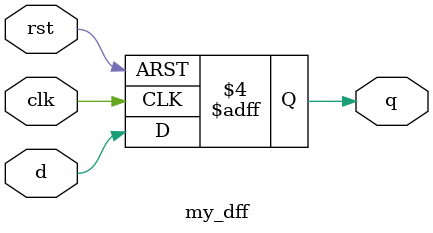
<source format=v>
module my_dff(clk,rst,d,q);
	input clk,rst,d;
	output reg q;
	
	initial
   begin
        q = 1'b0;
   end
	
	always @(posedge clk or posedge rst) 
	begin
		if(rst == 1'b1)
			q <= 1'b0; 
		else 
			q <= d; 
	end 
endmodule 

</source>
